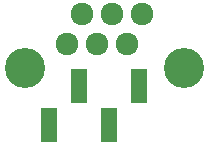
<source format=gbs>
G04 #@! TF.FileFunction,Soldermask,Bot*
%FSLAX46Y46*%
G04 Gerber Fmt 4.6, Leading zero omitted, Abs format (unit mm)*
G04 Created by KiCad (PCBNEW 4.0.7-e2-6376~58~ubuntu16.04.1) date Sat Jan 13 09:51:46 2018*
%MOMM*%
%LPD*%
G01*
G04 APERTURE LIST*
%ADD10C,0.100000*%
%ADD11C,1.920000*%
%ADD12C,3.400000*%
%ADD13R,1.400000X2.910000*%
G04 APERTURE END LIST*
D10*
D11*
X150110000Y-85600000D03*
X147570000Y-85600000D03*
X152650000Y-85600000D03*
X146300000Y-88140000D03*
X148840000Y-88140000D03*
X151380000Y-88140000D03*
D12*
X156210000Y-90170000D03*
X142740000Y-90170000D03*
D13*
X147320000Y-91690000D03*
X152400000Y-91690000D03*
X144780000Y-95000000D03*
X149860000Y-95000000D03*
M02*

</source>
